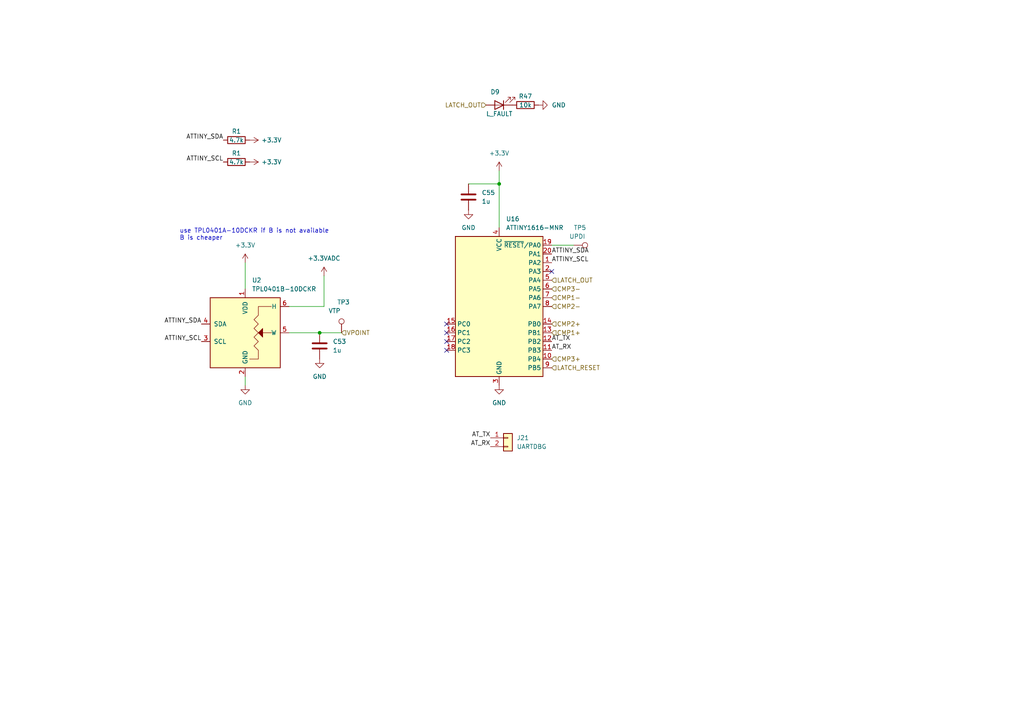
<source format=kicad_sch>
(kicad_sch (version 20230121) (generator eeschema)
  (paper "A4")
  (lib_symbols
    (symbol "Connector:TestPoint" (pin_numbers hide) (pin_names (offset 0.762) hide)
      (property "Reference" "TP" (at 0 6.858 0))
      (property "Value" "TestPoint" (at 0 5.08 0))
      (symbol "TestPoint_0_1"
        (circle (center 0 3.302) (radius 0.762))
      )
      (symbol "TestPoint_1_1"
        (pin passive line (at 0 0 90) (length 2.54) (name "1") (number "1"))
      )
    )
    (symbol "Connector_Generic:Conn_01x02" (pin_names (offset 1.016) hide)
      (property "Reference" "J" (at 0 2.54 0))
      (property "Value" "Conn_01x02" (at 0 -5.08 0))
      (symbol "Conn_01x02_1_1"
        (rectangle (start -1.27 -2.413) (end 0 -2.667) (stroke (width 0.1524)))
        (rectangle (start -1.27 0.127) (end 0 -0.127) (stroke (width 0.1524)))
        (rectangle (start -1.27 1.27) (end 1.27 -3.81) (stroke (width 0.254)) (fill (type background)))
        (pin passive line (at -5.08 0 0) (length 3.81) (name "Pin_1") (number "1"))
        (pin passive line (at -5.08 -2.54 0) (length 3.81) (name "Pin_2") (number "2"))
      )
    )
    (symbol "Device:C" (pin_numbers hide) (pin_names (offset 0.254))
      (property "Reference" "C" (at 0.635 2.54 0))
      (property "Value" "C" (at 0.635 -2.54 0))
      (symbol "C_0_1"
        (polyline (pts (xy -2.032 -0.762) (xy 2.032 -0.762)) (stroke (width 0.508)))
        (polyline (pts (xy -2.032 0.762) (xy 2.032 0.762)) (stroke (width 0.508)))
      )
      (symbol "C_1_1"
        (pin passive line (at 0 3.81 270) (length 2.794) (name "~") (number "1"))
        (pin passive line (at 0 -3.81 90) (length 2.794) (name "~") (number "2"))
      )
    )
    (symbol "Device:LED" (pin_numbers hide) (pin_names (offset 1.016) hide)
      (property "Reference" "D" (at 0 2.54 0))
      (property "Value" "LED" (at 0 -2.54 0))
      (symbol "LED_0_1"
        (polyline (pts (xy -1.27 -1.27) (xy -1.27 1.27)) (stroke (width 0.254)))
        (polyline (pts (xy -1.27 0) (xy 1.27 0)))
        (polyline (pts (xy 1.27 -1.27) (xy 1.27 1.27) (xy -1.27 0) (xy 1.27 -1.27)) (stroke (width 0.254)))
        (polyline (pts (xy -3.048 -0.762) (xy -4.572 -2.286) (xy -3.81 -2.286) (xy -4.572 -2.286) (xy -4.572 -1.524)))
        (polyline (pts (xy -1.778 -0.762) (xy -3.302 -2.286) (xy -2.54 -2.286) (xy -3.302 -2.286) (xy -3.302 -1.524)))
      )
      (symbol "LED_1_1"
        (pin passive line (at -3.81 0 0) (length 2.54) (name "K") (number "1"))
        (pin passive line (at 3.81 0 180) (length 2.54) (name "A") (number "2"))
      )
    )
    (symbol "Device:R" (pin_numbers hide) (pin_names (offset 0))
      (property "Reference" "R" (at 2.032 0 90))
      (property "Value" "R" (at 0 0 90))
      (symbol "R_0_1"
        (rectangle (start -1.016 -2.54) (end 1.016 2.54) (stroke (width 0.254)))
      )
      (symbol "R_1_1"
        (pin passive line (at 0 3.81 270) (length 1.27) (name "~") (number "1"))
        (pin passive line (at 0 -3.81 90) (length 1.27) (name "~") (number "2"))
      )
    )
    (symbol "MCU_Microchip_ATtiny:ATtiny1616-M"
      (property "Reference" "U" (at -12.7 21.59 0))
      (property "Value" "ATtiny1616-M" (at 2.54 -21.59 0))
      (symbol "ATtiny1616-M_0_1"
        (rectangle (start -12.7 -20.32) (end 12.7 20.32) (stroke (width 0.254)) (fill (type background)))
      )
      (symbol "ATtiny1616-M_1_1"
        (pin bidirectional line (at 15.24 12.7 180) (length 2.54) (name "PA2") (number "1"))
        (pin bidirectional line (at 15.24 -15.24 180) (length 2.54) (name "PB4") (number "10"))
        (pin bidirectional line (at 15.24 -12.7 180) (length 2.54) (name "PB3") (number "11"))
        (pin bidirectional line (at 15.24 -10.16 180) (length 2.54) (name "PB2") (number "12"))
        (pin bidirectional line (at 15.24 -7.62 180) (length 2.54) (name "PB1") (number "13"))
        (pin bidirectional line (at 15.24 -5.08 180) (length 2.54) (name "PB0") (number "14"))
        (pin bidirectional line (at -15.24 -5.08 0) (length 2.54) (name "PC0") (number "15"))
        (pin bidirectional line (at -15.24 -7.62 0) (length 2.54) (name "PC1") (number "16"))
        (pin bidirectional line (at -15.24 -10.16 0) (length 2.54) (name "PC2") (number "17"))
        (pin bidirectional line (at -15.24 -12.7 0) (length 2.54) (name "PC3") (number "18"))
        (pin bidirectional line (at 15.24 17.78 180) (length 2.54) (name "~{RESET}/PA0") (number "19"))
        (pin bidirectional line (at 15.24 10.16 180) (length 2.54) (name "PA3") (number "2"))
        (pin bidirectional line (at 15.24 15.24 180) (length 2.54) (name "PA1") (number "20"))
        (pin passive line (at 0 -22.86 90) (length 2.54) hide (name "GND") (number "21"))
        (pin power_in line (at 0 -22.86 90) (length 2.54) (name "GND") (number "3"))
        (pin power_in line (at 0 22.86 270) (length 2.54) (name "VCC") (number "4"))
        (pin bidirectional line (at 15.24 7.62 180) (length 2.54) (name "PA4") (number "5"))
        (pin bidirectional line (at 15.24 5.08 180) (length 2.54) (name "PA5") (number "6"))
        (pin bidirectional line (at 15.24 2.54 180) (length 2.54) (name "PA6") (number "7"))
        (pin bidirectional line (at 15.24 0 180) (length 2.54) (name "PA7") (number "8"))
        (pin bidirectional line (at 15.24 -17.78 180) (length 2.54) (name "PB5") (number "9"))
      )
    )
    (symbol "Potentiometer_Digital:TPL0401B-10-Q1" (pin_names (offset 1.016))
      (property "Reference" "U" (at -10.16 11.43 0))
      (property "Value" "TPL0401B-10-Q1" (at 1.27 11.43 0))
      (symbol "TPL0401B-10-Q1_0_1"
        (polyline (pts (xy 7.62 0) (xy 5.08 0)))
        (polyline (pts (xy 5.08 -1.27) (xy 5.08 1.27) (xy 3.81 0) (xy 5.08 -1.27) (xy 5.08 -1.27)) (fill (type outline)))
        (polyline (pts (xy 7.62 7.62) (xy 3.81 7.62) (xy 3.81 5.08) (xy 2.54 3.81) (xy 3.81 2.54) (xy 2.54 1.27) (xy 3.81 0) (xy 2.54 -1.27) (xy 3.81 -2.54) (xy 2.54 -3.81) (xy 3.81 -5.08) (xy 3.81 -7.62) (xy 1.27 -7.62)))
      )
      (symbol "TPL0401B-10-Q1_1_1"
        (rectangle (start -10.16 10.16) (end 10.16 -10.16) (stroke (width 0.254)) (fill (type background)))
        (pin power_in line (at 0 12.7 270) (length 2.54) (name "VDD") (number "1"))
        (pin power_in line (at 0 -12.7 90) (length 2.54) (name "GND") (number "2"))
        (pin input line (at -12.7 -2.54 0) (length 2.54) (name "SCL") (number "3"))
        (pin bidirectional line (at -12.7 2.54 0) (length 2.54) (name "SDA") (number "4"))
        (pin passive line (at 12.7 0 180) (length 2.54) (name "W") (number "5"))
        (pin passive line (at 12.7 7.62 180) (length 2.54) (name "H") (number "6"))
      )
    )
    (symbol "power:+3.3V" (power) (pin_names (offset 0))
      (property "Value" "+3.3V" (at 0 3.556 0))
      (symbol "+3.3V_0_1"
        (polyline (pts (xy -0.762 1.27) (xy 0 2.54)))
        (polyline (pts (xy 0 0) (xy 0 2.54)))
        (polyline (pts (xy 0 2.54) (xy 0.762 1.27)))
      )
      (symbol "+3.3V_1_1"
        (pin power_in line (at 0 0 90) (length 0) hide (name "+3.3V") (number "1"))
      )
    )
    (symbol "power:+3.3VADC" (power) (pin_names (offset 0))
      (property "Value" "+3.3VADC" (at 0 2.54 0))
      (symbol "+3.3VADC_0_0"
        (pin power_in line (at 0 0 90) (length 0) hide (name "+3.3VADC") (number "1"))
      )
      (symbol "+3.3VADC_0_1"
        (polyline (pts (xy -0.762 1.27) (xy 0 2.54)))
        (polyline (pts (xy 0 0) (xy 0 2.54)))
        (polyline (pts (xy 0 2.54) (xy 0.762 1.27)))
      )
    )
    (symbol "power:GND" (power) (pin_names (offset 0))
      (property "Value" "GND" (at 0 -3.81 0))
      (symbol "GND_0_1"
        (polyline (pts (xy 0 0) (xy 0 -1.27) (xy 1.27 -1.27) (xy 0 -2.54) (xy -1.27 -1.27) (xy 0 -1.27)))
      )
      (symbol "GND_1_1"
        (pin power_in line (at 0 0 270) (length 0) hide (name "GND") (number "1"))
      )
    )
  )
  (junction (at 92.71 96.52))
  (junction (at 144.78 53.34))
  (no_connect (at 160.02 78.74))
  (no_connect (at 129.54 101.6))
  (no_connect (at 129.54 93.98))
  (no_connect (at 129.54 96.52))
  (no_connect (at 129.54 99.06))
  (wire (pts (xy 71.12 76.2) (xy 71.12 83.82)))
  (wire (pts (xy 144.78 53.34) (xy 144.78 66.04)))
  (wire (pts (xy 71.12 109.22) (xy 71.12 111.76)))
  (wire (pts (xy 135.89 53.34) (xy 144.78 53.34)))
  (wire (pts (xy 93.98 80.01) (xy 93.98 88.9)))
  (wire (pts (xy 160.02 71.12) (xy 166.37 71.12)))
  (wire (pts (xy 144.78 49.53) (xy 144.78 53.34)))
  (wire (pts (xy 83.82 96.52) (xy 92.71 96.52)))
  (wire (pts (xy 92.71 96.52) (xy 99.06 96.52)))
  (wire (pts (xy 93.98 88.9) (xy 83.82 88.9)))
  (text "use TPL0401A-10DCKR if B is not available\nB is cheaper" (at 52.07 69.85 0) (effects (font (size 1.27 1.27)) (justify left bottom)))
  (label "AT_RX" (at 160.02 101.6 0))
  (label "AT_RX" (at 142.24 129.54 180))
  (label "ATTINY_SDA" (at 64.77 40.64 180))
  (label "AT_TX" (at 160.02 99.06 0))
  (label "ATTINY_SCL" (at 58.42 99.06 180))
  (label "ATTINY_SCL" (at 160.02 76.2 0))
  (label "AT_TX" (at 142.24 127 180))
  (label "ATTINY_SDA" (at 160.02 73.66 0))
  (label "ATTINY_SDA" (at 58.42 93.98 180))
  (label "ATTINY_SCL" (at 64.77 46.99 180))
  (hierarchical_label "CMP1+" (shape input) (at 160.02 96.52 0))
  (hierarchical_label "VPOINT" (shape input) (at 99.06 96.52 0))
  (hierarchical_label "LATCH_OUT" (shape input) (at 140.97 30.48 180))
  (hierarchical_label "CMP2-" (shape input) (at 160.02 88.9 0))
  (hierarchical_label "CMP2+" (shape input) (at 160.02 93.98 0))
  (hierarchical_label "CMP1-" (shape input) (at 160.02 86.36 0))
  (hierarchical_label "CMP3+" (shape input) (at 160.02 104.14 0))
  (hierarchical_label "LATCH_RESET" (shape input) (at 160.02 106.68 0))
  (hierarchical_label "CMP3-" (shape input) (at 160.02 83.82 0))
  (hierarchical_label "LATCH_OUT" (shape input) (at 160.02 81.28 0))
  (symbol (lib_id "Device:R") (at 68.58 46.99 270) (unit 1)
    (property "Reference" "R1" (at 68.58 44.45 90))
    (property "Value" "4.7k" (at 68.58 46.99 90))
    (property "Footprint" "Resistor_SMD:R_0603_1608Metric" (effects hide))
    (property "MPN" "C23162" (effects hide))
    (instances (project "DevKit" (path "" (reference "R1") (unit 1)) (path "" (reference "R43") (unit 1)) (path "" (reference "R43") (unit 1)) (path "" (reference "R43") (unit 1)) (path "" (reference "R19") (unit 1))))
  )
  (symbol (lib_id "power:GND") (at 144.78 111.76 0) (unit 1)
    (property "Reference" "#PWR0132" (effects hide))
    (property "Value" "GND" (at 144.78 116.84 0))
    (instances (project "DevKit" (path "" (reference "#PWR0132") (unit 1)) (path "" (reference "#PWR0125") (unit 1)) (path "" (reference "#PWR0133") (unit 1))) (project "HardwareProtection" (path "" (reference "#PWR04") (unit 1))))
  )
  (symbol (lib_id "power:+3.3V") (at 71.12 76.2 0) (unit 1)
    (property "Reference" "#PWR085" (effects hide))
    (property "Value" "+3.3V" (at 71.12 71.12 0))
    (instances (project "DevKit" (path "" (reference "#PWR085") (unit 1)) (path "" (reference "#PWR012") (unit 1)) (path "" (reference "#PWR0123") (unit 1))) (project "HardwareProtection" (path "" (reference "#PWR012") (unit 1))))
  )
  (symbol (lib_id "power:+3.3VADC") (at 93.98 80.01 0) (unit 1)
    (property "Reference" "#PWR0127" (effects hide))
    (property "Value" "+3.3VADC" (at 93.98 74.93 0))
    (instances (project "DevKit" (path "" (reference "#PWR0127") (unit 1)) (path "" (reference "#PWR085") (unit 1)) (path "" (reference "#PWR0129") (unit 1))) (project "HardwareProtection" (path "" (reference "#PWR014") (unit 1))))
  )
  (symbol (lib_id "Potentiometer_Digital:TPL0401B-10-Q1") (at 71.12 96.52 0) (unit 1)
    (property "Reference" "U2" (at 73.0759 81.28 0) (effects (justify left)))
    (property "Value" "TPL0401B-10DCKR" (at 73.0759 83.82 0) (effects (justify left)))
    (property "Footprint" "Package_TO_SOT_SMD:Texas_R-PDSO-G6" (effects hide))
    (property "Datasheet" "http://www.ti.com/lit/ds/symlink/tpl0401a-10-q1.pdf" (effects hide))
    (property "MPN" "C2666599" (effects hide))
    (property "JLCRotOffset" "-180" (effects hide))
    (instances (project "DevKit" (path "" (reference "U2") (unit 1)) (path "" (reference "U1") (unit 1)) (path "" (reference "U13") (unit 1))) (project "HardwareProtection" (path "" (reference "U4") (unit 1))))
  )
  (symbol (lib_id "power:GND") (at 92.71 104.14 0) (unit 1)
    (property "Reference" "#PWR0125" (effects hide))
    (property "Value" "GND" (at 92.71 109.22 0))
    (instances (project "DevKit" (path "" (reference "#PWR0125") (unit 1)) (path "" (reference "#PWR082") (unit 1)) (path "" (reference "#PWR0128") (unit 1))) (project "HardwareProtection" (path "" (reference "#PWR08") (unit 1))))
  )
  (symbol (lib_id "Connector:TestPoint") (at 99.06 96.52 0) (unit 1)
    (property "Reference" "TP3" (at 97.79 87.63 0) (effects (justify left)))
    (property "Value" "VTP" (at 95.25 90.17 0) (effects (justify left)))
    (property "Footprint" "TestPoint:TestPoint_Pad_D1.0mm" (effects hide))
    (instances (project "DevKit" (path "" (reference "TP3") (unit 1)) (path "" (reference "TP3") (unit 1)) (path "" (reference "TP3") (unit 1)) (path "" (reference "TP4") (unit 1))))
  )
  (symbol (lib_id "Device:LED") (at 144.78 30.48 180) (unit 1)
    (property "Reference" "D9" (at 142.24 26.67 0) (effects (justify right)))
    (property "Value" "L_FAULT" (at 140.97 33.02 0) (effects (justify right)))
    (property "Footprint" "LED_SMD:LED_0603_1608Metric" (effects hide))
    (property "MPN" "C2286" (effects hide))
    (instances (project "DevKit" (path "" (reference "D9") (unit 1)) (path "" (reference "D10") (unit 1)) (path "" (reference "D10") (unit 1)) (path "" (reference "D12") (unit 1))))
  )
  (symbol (lib_id "power:+3.3V") (at 72.39 46.99 270) (unit 1)
    (property "Reference" "#PWR055" (effects hide))
    (property "Value" "+3.3V" (at 78.74 46.99 90))
    (instances (project "DevKit" (path "" (reference "#PWR055") (unit 1)) (path "" (reference "#PWR066") (unit 1)) (path "" (reference "#PWR0127") (unit 1))) (project "HardwareProtection" (path "" (reference "#PWR03") (unit 1))))
  )
  (symbol (lib_id "power:+3.3V") (at 144.78 49.53 0) (unit 1)
    (property "Reference" "#PWR0131" (effects hide))
    (property "Value" "+3.3V" (at 144.78 44.45 0))
    (instances (project "DevKit" (path "" (reference "#PWR0131") (unit 1)) (path "" (reference "#PWR0122") (unit 1)) (path "" (reference "#PWR0132") (unit 1))) (project "HardwareProtection" (path "" (reference "#PWR03") (unit 1))))
  )
  (symbol (lib_id "power:GND") (at 135.89 60.96 0) (unit 1)
    (property "Reference" "#PWR0129" (effects hide))
    (property "Value" "GND" (at 135.89 66.04 0))
    (instances (project "DevKit" (path "" (reference "#PWR0129") (unit 1)) (path "" (reference "#PWR088") (unit 1)) (path "" (reference "#PWR0130") (unit 1))) (project "HardwareProtection" (path "" (reference "#PWR01") (unit 1))))
  )
  (symbol (lib_id "power:+3.3V") (at 72.39 40.64 270) (unit 1)
    (property "Reference" "#PWR066" (effects hide))
    (property "Value" "+3.3V" (at 78.74 40.64 90))
    (instances (project "DevKit" (path "" (reference "#PWR066") (unit 1)) (path "" (reference "#PWR055") (unit 1)) (path "" (reference "#PWR0126") (unit 1))) (project "HardwareProtection" (path "" (reference "#PWR03") (unit 1))))
  )
  (symbol (lib_id "Device:R") (at 152.4 30.48 90) (unit 1)
    (property "Reference" "R47" (at 152.4 27.94 90))
    (property "Value" "10k" (at 152.4 30.48 90))
    (property "Footprint" "Resistor_SMD:R_0603_1608Metric" (effects hide))
    (property "MPN" "C25804" (effects hide))
    (instances (project "DevKit" (path "" (reference "R47") (unit 1)) (path "" (reference "R48") (unit 1)) (path "" (reference "R44") (unit 1)) (path "" (reference "R45") (unit 1))))
  )
  (symbol (lib_id "power:GND") (at 71.12 111.76 0) (unit 1)
    (property "Reference" "#PWR088" (effects hide))
    (property "Value" "GND" (at 71.12 116.84 0))
    (instances (project "DevKit" (path "" (reference "#PWR088") (unit 1)) (path "" (reference "#PWR013") (unit 1)) (path "" (reference "#PWR0124") (unit 1))) (project "HardwareProtection" (path "" (reference "#PWR07") (unit 1))))
  )
  (symbol (lib_id "Connector_Generic:Conn_01x02") (at 147.32 127 0) (unit 1)
    (property "Reference" "J21" (at 149.86 127 0) (effects (justify left)))
    (property "Value" "UARTDBG" (at 149.86 129.54 0) (effects (justify left)))
    (property "Footprint" "TestPoint:TestPoint_2Pads_Pitch2.54mm_Drill0.8mm" (effects hide))
    (instances (project "DevKit" (path "" (reference "J21") (unit 1)) (path "" (reference "J4") (unit 1))))
  )
  (symbol (lib_id "Connector:TestPoint") (at 166.37 71.12 270) (unit 1)
    (property "Reference" "TP5" (at 166.37 66.04 90) (effects (justify left)))
    (property "Value" "UPDI" (at 165.1 68.58 90) (effects (justify left)))
    (property "Footprint" "TestPoint:TestPoint_THTPad_D1.5mm_Drill0.7mm" (effects hide))
    (instances (project "DevKit" (path "" (reference "TP5") (unit 1)) (path "" (reference "TP6") (unit 1))))
  )
  (symbol (lib_id "MCU_Microchip_ATtiny:ATtiny1616-M") (at 144.78 88.9 0) (unit 1)
    (property "Reference" "U16" (at 146.7359 63.5 0) (effects (justify left)))
    (property "Value" "ATTINY1616-MNR" (at 146.7359 66.04 0) (effects (justify left)))
    (property "Footprint" "Package_DFN_QFN:VQFN-20-1EP_3x3mm_P0.4mm_EP1.7x1.7mm" (effects hide))
    (property "Datasheet" "http://ww1.microchip.com/downloads/en/DeviceDoc/ATtiny3216_ATtiny1616-data-sheet-40001997B.pdf" (effects hide))
    (property "MPN" "C507118" (effects hide))
    (property "JLCRotOffset" "-90" (effects hide))
    (instances (project "DevKit" (path "" (reference "U16") (unit 1)) (path "" (reference "U2") (unit 1)) (path "" (reference "U15") (unit 1))) (project "HardwareProtection" (path "" (reference "U1") (unit 1))))
  )
  (symbol (lib_id "Device:R") (at 68.58 40.64 270) (unit 1)
    (property "Reference" "R1" (at 68.58 38.1 90))
    (property "Value" "4.7k" (at 68.58 40.64 90))
    (property "Footprint" "Resistor_SMD:R_0603_1608Metric" (effects hide))
    (property "MPN" "C23162" (effects hide))
    (instances (project "DevKit" (path "" (reference "R1") (unit 1)) (path "" (reference "R43") (unit 1)) (path "" (reference "R44") (unit 1)) (path "" (reference "R20") (unit 1)) (path "" (reference "R18") (unit 1))))
  )
  (symbol (lib_id "power:GND") (at 156.21 30.48 90) (unit 1)
    (property "Reference" "#PWR0143" (effects hide))
    (property "Value" "GND" (at 160.02 30.48 90) (effects (justify right)))
    (instances (project "DevKit" (path "" (reference "#PWR0143") (unit 1)) (path "" (reference "#PWR0131") (unit 1)) (path "" (reference "#PWR0134") (unit 1))) (project "HardwareProtection" (path "" (reference "#PWR05") (unit 1))))
  )
  (symbol (lib_id "Device:C") (at 92.71 100.33 0) (unit 1)
    (property "Reference" "C53" (at 96.52 99.06 0) (effects (justify left)))
    (property "Value" "1u" (at 96.52 101.6 0) (effects (justify left)))
    (property "Footprint" "Capacitor_SMD:C_0402_1005Metric" (effects hide))
    (property "MPN" "C52923" (effects hide))
    (instances (project "DevKit" (path "" (reference "C53") (unit 1)) (path "" (reference "C53") (unit 1)) (path "" (reference "C47") (unit 1))) (project "HardwareProtection" (path "" (reference "C4") (unit 1))))
  )
  (symbol (lib_id "Device:C") (at 135.89 57.15 0) (unit 1)
    (property "Reference" "C55" (at 139.7 55.88 0) (effects (justify left)))
    (property "Value" "1u" (at 139.7 58.42 0) (effects (justify left)))
    (property "Footprint" "Capacitor_SMD:C_0402_1005Metric" (effects hide))
    (property "MPN" "C52923" (effects hide))
    (instances (project "DevKit" (path "" (reference "C55") (unit 1)) (path "" (reference "C55") (unit 1)) (path "" (reference "C48") (unit 1))) (project "HardwareProtection" (path "" (reference "C1") (unit 1))))
  )
)
</source>
